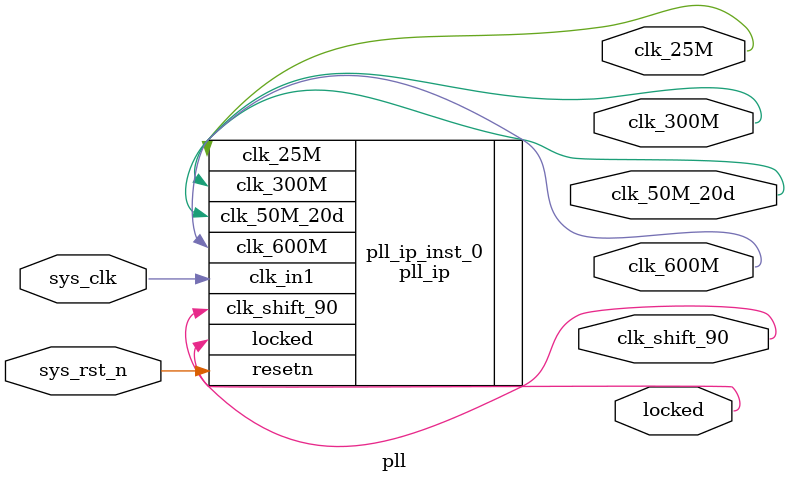
<source format=v>
module pll(
    input sys_clk,
    input sys_rst_n,
    output clk_300M,
    output clk_25M,
    output clk_shift_90,
    output clk_50M_20d,
    output clk_600M,
    output locked
    );


  pll_ip pll_ip_inst_0
   (
    // Clock out ports
    .clk_300M(clk_300M),     // output clk_300M
    .clk_25M(clk_25M),     // output clk_25M
    .clk_shift_90(clk_shift_90),     // output clk_shift_90
    .clk_50M_20d(clk_50M_20d),     // output clk_50M_20d
    .clk_600M(clk_600M),     // output clk_600M
    // Status and control signals
    .resetn(sys_rst_n), // input resetn
    .locked(locked),       // output locked
   // Clock in ports
    .clk_in1(sys_clk));      // input clk_in1
// INST_TAG_END ------ End INSTANTIATION Template

endmodule

</source>
